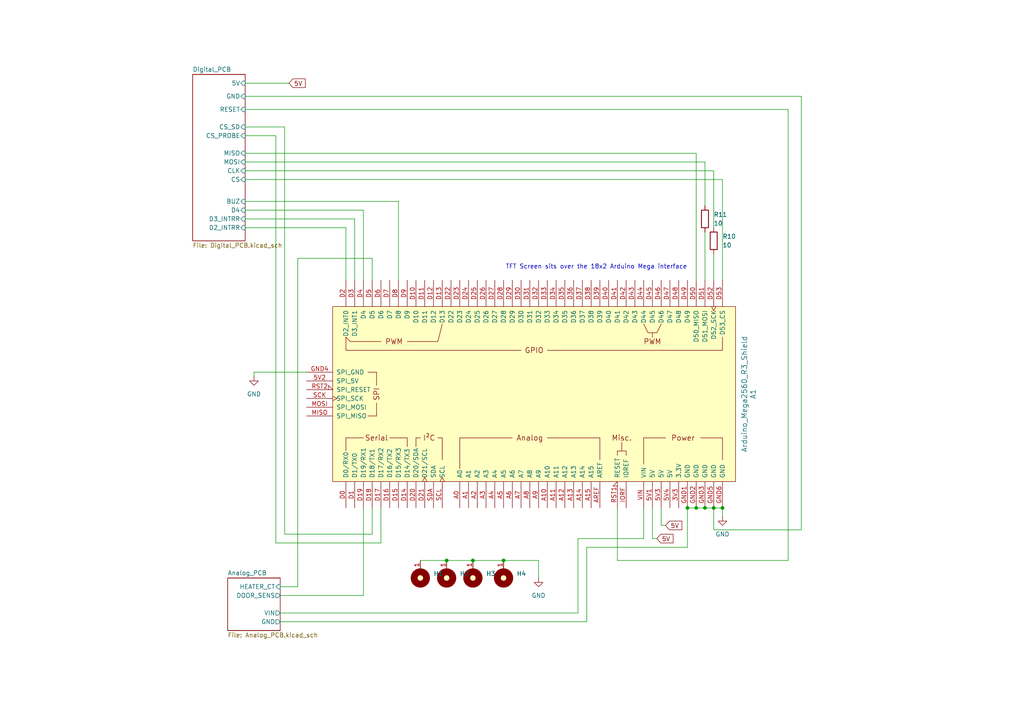
<source format=kicad_sch>
(kicad_sch
	(version 20231120)
	(generator "eeschema")
	(generator_version "8.0")
	(uuid "322baff1-e186-4abc-a63a-9e4739c1b8c2")
	(paper "A4")
	(title_block
		(title "TEEKeeper - Temperature Electronic Environment Keeper")
		(date "2024-04-24")
		(company "https://github.com/Sigeardo/TEEKeeper")
	)
	(lib_symbols
		(symbol "Device:R"
			(pin_numbers hide)
			(pin_names
				(offset 0)
			)
			(exclude_from_sim no)
			(in_bom yes)
			(on_board yes)
			(property "Reference" "R"
				(at 2.032 0 90)
				(effects
					(font
						(size 1.27 1.27)
					)
				)
			)
			(property "Value" "R"
				(at 0 0 90)
				(effects
					(font
						(size 1.27 1.27)
					)
				)
			)
			(property "Footprint" ""
				(at -1.778 0 90)
				(effects
					(font
						(size 1.27 1.27)
					)
					(hide yes)
				)
			)
			(property "Datasheet" "~"
				(at 0 0 0)
				(effects
					(font
						(size 1.27 1.27)
					)
					(hide yes)
				)
			)
			(property "Description" "Resistor"
				(at 0 0 0)
				(effects
					(font
						(size 1.27 1.27)
					)
					(hide yes)
				)
			)
			(property "ki_keywords" "R res resistor"
				(at 0 0 0)
				(effects
					(font
						(size 1.27 1.27)
					)
					(hide yes)
				)
			)
			(property "ki_fp_filters" "R_*"
				(at 0 0 0)
				(effects
					(font
						(size 1.27 1.27)
					)
					(hide yes)
				)
			)
			(symbol "R_0_1"
				(rectangle
					(start -1.016 -2.54)
					(end 1.016 2.54)
					(stroke
						(width 0.254)
						(type default)
					)
					(fill
						(type none)
					)
				)
			)
			(symbol "R_1_1"
				(pin passive line
					(at 0 3.81 270)
					(length 1.27)
					(name "~"
						(effects
							(font
								(size 1.27 1.27)
							)
						)
					)
					(number "1"
						(effects
							(font
								(size 1.27 1.27)
							)
						)
					)
				)
				(pin passive line
					(at 0 -3.81 90)
					(length 1.27)
					(name "~"
						(effects
							(font
								(size 1.27 1.27)
							)
						)
					)
					(number "2"
						(effects
							(font
								(size 1.27 1.27)
							)
						)
					)
				)
			)
		)
		(symbol "PCM_SL_Mechanical:MountingHole_M3_3.2mm_Pad"
			(exclude_from_sim no)
			(in_bom yes)
			(on_board yes)
			(property "Reference" "H"
				(at 0 7.62 0)
				(effects
					(font
						(size 1.27 1.27)
					)
				)
			)
			(property "Value" "MountingHole_M3_3.2mm_Pad"
				(at 0 5.08 0)
				(effects
					(font
						(size 1.27 1.27)
					)
				)
			)
			(property "Footprint" "PCM_SL_Mechanical:MountingHole_3.2mm_Pad"
				(at 0 -3.81 0)
				(effects
					(font
						(size 1.27 1.27)
					)
					(hide yes)
				)
			)
			(property "Datasheet" ""
				(at 0 0 0)
				(effects
					(font
						(size 1.27 1.27)
					)
					(hide yes)
				)
			)
			(property "Description" "3.2mm Diameter Mounting Hole Pad (M3)"
				(at 0 0 0)
				(effects
					(font
						(size 1.27 1.27)
					)
					(hide yes)
				)
			)
			(property "ki_keywords" "Mounting Hole"
				(at 0 0 0)
				(effects
					(font
						(size 1.27 1.27)
					)
					(hide yes)
				)
			)
			(symbol "MountingHole_M3_3.2mm_Pad_0_1"
				(circle
					(center 0 0)
					(radius 1.27)
					(stroke
						(width 0)
						(type default)
					)
					(fill
						(type background)
					)
				)
				(circle
					(center 0 0)
					(radius 1.7961)
					(stroke
						(width 2)
						(type default)
					)
					(fill
						(type none)
					)
				)
			)
			(symbol "MountingHole_M3_3.2mm_Pad_1_1"
				(pin passive line
					(at 0 -5.08 90)
					(length 2.54)
					(name ""
						(effects
							(font
								(size 1.27 1.27)
							)
						)
					)
					(number "1"
						(effects
							(font
								(size 1.27 1.27)
							)
						)
					)
				)
			)
		)
		(symbol "PCM_arduino-library:Arduino_Mega2560_R3_Shield"
			(pin_names
				(offset 1.016)
			)
			(exclude_from_sim no)
			(in_bom yes)
			(on_board yes)
			(property "Reference" "A"
				(at 0 -62.23 0)
				(effects
					(font
						(size 1.524 1.524)
					)
				)
			)
			(property "Value" "Arduino_Mega2560_R3_Shield"
				(at 0 -66.04 0)
				(effects
					(font
						(size 1.524 1.524)
					)
				)
			)
			(property "Footprint" "PCM_arduino-library:Arduino_Mega2560_R3_Shield"
				(at 0 -73.66 0)
				(effects
					(font
						(size 1.524 1.524)
					)
					(hide yes)
				)
			)
			(property "Datasheet" "https://docs.arduino.cc/hardware/mega-2560"
				(at 0 -69.85 0)
				(effects
					(font
						(size 1.524 1.524)
					)
					(hide yes)
				)
			)
			(property "Description" "Shield for Arduino Mega 2560 R3"
				(at 0 0 0)
				(effects
					(font
						(size 1.27 1.27)
					)
					(hide yes)
				)
			)
			(property "ki_keywords" "Arduino MPU Shield"
				(at 0 0 0)
				(effects
					(font
						(size 1.27 1.27)
					)
					(hide yes)
				)
			)
			(property "ki_fp_filters" "Arduino_Mega2560_R3_Shield"
				(at 0 0 0)
				(effects
					(font
						(size 1.27 1.27)
					)
					(hide yes)
				)
			)
			(symbol "Arduino_Mega2560_R3_Shield_0_0"
				(rectangle
					(start -25.4 -58.42)
					(end 25.4 58.42)
					(stroke
						(width 0)
						(type default)
					)
					(fill
						(type background)
					)
				)
				(rectangle
					(start -20.32 -31.75)
					(end -12.7 -31.75)
					(stroke
						(width 0)
						(type default)
					)
					(fill
						(type none)
					)
				)
				(rectangle
					(start -19.05 -54.61)
					(end -12.7 -54.61)
					(stroke
						(width 0)
						(type default)
					)
					(fill
						(type none)
					)
				)
				(rectangle
					(start -19.05 -19.05)
					(end -12.7 -19.05)
					(stroke
						(width 0)
						(type default)
					)
					(fill
						(type none)
					)
				)
				(rectangle
					(start -19.05 26.67)
					(end -12.7 26.67)
					(stroke
						(width 0)
						(type default)
					)
					(fill
						(type none)
					)
				)
				(rectangle
					(start -17.78 -26.67)
					(end -16.51 -26.67)
					(stroke
						(width 0)
						(type default)
					)
					(fill
						(type none)
					)
				)
				(rectangle
					(start -17.78 -24.13)
					(end -16.51 -24.13)
					(stroke
						(width 0)
						(type default)
					)
					(fill
						(type none)
					)
				)
				(rectangle
					(start -16.51 -25.4)
					(end -13.97 -25.4)
					(stroke
						(width 0)
						(type default)
					)
					(fill
						(type none)
					)
				)
				(rectangle
					(start -16.51 -24.13)
					(end -16.51 -26.67)
					(stroke
						(width 0)
						(type default)
					)
					(fill
						(type none)
					)
				)
				(rectangle
					(start -16.51 54.61)
					(end -12.7 54.61)
					(stroke
						(width 0)
						(type default)
					)
					(fill
						(type none)
					)
				)
				(rectangle
					(start -15.24 34.29)
					(end -12.7 34.29)
					(stroke
						(width 0)
						(type default)
					)
					(fill
						(type none)
					)
				)
				(rectangle
					(start -15.24 36.83)
					(end -12.7 36.83)
					(stroke
						(width 0)
						(type default)
					)
					(fill
						(type none)
					)
				)
				(rectangle
					(start -12.7 -54.61)
					(end -12.7 -48.26)
					(stroke
						(width 0)
						(type default)
					)
					(fill
						(type none)
					)
				)
				(rectangle
					(start -12.7 -31.75)
					(end -12.7 -38.1)
					(stroke
						(width 0)
						(type default)
					)
					(fill
						(type none)
					)
				)
				(rectangle
					(start -12.7 26.67)
					(end -12.7 27.94)
					(stroke
						(width 0)
						(type default)
					)
					(fill
						(type none)
					)
				)
				(rectangle
					(start -12.7 34.29)
					(end -12.7 33.02)
					(stroke
						(width 0)
						(type default)
					)
					(fill
						(type none)
					)
				)
				(rectangle
					(start -12.7 41.91)
					(end -12.7 36.83)
					(stroke
						(width 0)
						(type default)
					)
					(fill
						(type none)
					)
				)
				(rectangle
					(start -12.7 49.53)
					(end -12.7 54.61)
					(stroke
						(width 0)
						(type default)
					)
					(fill
						(type none)
					)
				)
				(rectangle
					(start -6.35 48.26)
					(end -6.35 45.72)
					(stroke
						(width 0)
						(type default)
					)
					(fill
						(type none)
					)
				)
				(rectangle
					(start -2.54 45.72)
					(end -6.35 45.72)
					(stroke
						(width 0)
						(type default)
					)
					(fill
						(type none)
					)
				)
				(polyline
					(pts
						(xy -21.59 21.59) (xy -12.7 21.59)
					)
					(stroke
						(width 0)
						(type default)
					)
					(fill
						(type none)
					)
				)
				(polyline
					(pts
						(xy -12.7 -19.05) (xy -12.7 -3.81)
					)
					(stroke
						(width 0)
						(type default)
					)
					(fill
						(type none)
					)
				)
				(polyline
					(pts
						(xy -12.7 6.35) (xy -12.7 21.59)
					)
					(stroke
						(width 0)
						(type default)
					)
					(fill
						(type none)
					)
				)
				(polyline
					(pts
						(xy 12.7 -54.61) (xy 16.51 -54.61)
					)
					(stroke
						(width 0)
						(type default)
					)
					(fill
						(type none)
					)
				)
				(polyline
					(pts
						(xy 12.7 54.61) (xy 16.51 54.61)
					)
					(stroke
						(width 0)
						(type default)
					)
					(fill
						(type none)
					)
				)
				(polyline
					(pts
						(xy 17.78 -34.29) (xy 16.51 -34.29)
					)
					(stroke
						(width 0)
						(type default)
					)
					(fill
						(type none)
					)
				)
				(polyline
					(pts
						(xy 15.24 36.83) (xy 15.24 27.94) (xy 20.32 26.67)
					)
					(stroke
						(width 0)
						(type default)
					)
					(fill
						(type none)
					)
				)
				(polyline
					(pts
						(xy 15.24 44.45) (xy 15.24 53.34) (xy 16.51 54.61)
					)
					(stroke
						(width 0)
						(type default)
					)
					(fill
						(type none)
					)
				)
				(polyline
					(pts
						(xy 20.32 -31.75) (xy 17.78 -33.02) (xy 17.78 -35.56) (xy 20.32 -36.83)
					)
					(stroke
						(width 0)
						(type default)
					)
					(fill
						(type none)
					)
				)
				(rectangle
					(start 6.35 45.72)
					(end 2.54 45.72)
					(stroke
						(width 0)
						(type default)
					)
					(fill
						(type none)
					)
				)
				(rectangle
					(start 6.35 48.26)
					(end 6.35 45.72)
					(stroke
						(width 0)
						(type default)
					)
					(fill
						(type none)
					)
				)
				(text "Analog"
					(at -12.7 1.27 900)
					(effects
						(font
							(size 1.524 1.524)
						)
					)
				)
				(text "I²C"
					(at -12.7 30.48 900)
					(effects
						(font
							(size 1.524 1.524)
						)
					)
				)
				(text "Misc."
					(at -12.7 -25.4 900)
					(effects
						(font
							(size 1.524 1.524)
						)
					)
				)
				(text "Power"
					(at -12.7 -43.18 900)
					(effects
						(font
							(size 1.524 1.524)
						)
					)
				)
				(text "PWM"
					(at 15.24 -34.29 900)
					(effects
						(font
							(size 1.524 1.524)
						)
					)
				)
				(text "PWM"
					(at 15.24 40.64 900)
					(effects
						(font
							(size 1.524 1.524)
						)
					)
				)
				(text "Serial"
					(at -12.7 45.72 900)
					(effects
						(font
							(size 1.524 1.524)
						)
					)
				)
				(text "SPI"
					(at 0 45.72 0)
					(effects
						(font
							(size 1.524 1.524)
						)
					)
				)
			)
			(symbol "Arduino_Mega2560_R3_Shield_1_0"
				(rectangle
					(start 12.7 -54.61)
					(end 12.7 -3.81)
					(stroke
						(width 0)
						(type default)
					)
					(fill
						(type none)
					)
				)
				(rectangle
					(start 12.7 54.61)
					(end 12.7 3.81)
					(stroke
						(width 0)
						(type default)
					)
					(fill
						(type none)
					)
				)
				(text "GPIO"
					(at 12.7 0 900)
					(effects
						(font
							(size 1.524 1.524)
						)
					)
				)
			)
			(symbol "Arduino_Mega2560_R3_Shield_1_1"
				(pin power_out line
					(at -33.02 -41.91 0)
					(length 7.62)
					(name "3.3V"
						(effects
							(font
								(size 1.27 1.27)
							)
						)
					)
					(number "3V3"
						(effects
							(font
								(size 1.27 1.27)
							)
						)
					)
				)
				(pin power_in line
					(at -33.02 -34.29 0)
					(length 7.62)
					(name "5V"
						(effects
							(font
								(size 1.27 1.27)
							)
						)
					)
					(number "5V1"
						(effects
							(font
								(size 1.27 1.27)
							)
						)
					)
				)
				(pin power_in line
					(at 3.81 66.04 270)
					(length 7.62)
					(name "SPI_5V"
						(effects
							(font
								(size 1.27 1.27)
							)
						)
					)
					(number "5V2"
						(effects
							(font
								(size 1.27 1.27)
							)
						)
					)
				)
				(pin power_in line
					(at -33.02 -36.83 0)
					(length 7.62)
					(name "5V"
						(effects
							(font
								(size 1.27 1.27)
							)
						)
					)
					(number "5V3"
						(effects
							(font
								(size 1.27 1.27)
							)
						)
					)
				)
				(pin power_in line
					(at -33.02 -39.37 0)
					(length 7.62)
					(name "5V"
						(effects
							(font
								(size 1.27 1.27)
							)
						)
					)
					(number "5V4"
						(effects
							(font
								(size 1.27 1.27)
							)
						)
					)
				)
				(pin bidirectional line
					(at -33.02 21.59 0)
					(length 7.62)
					(name "A0"
						(effects
							(font
								(size 1.27 1.27)
							)
						)
					)
					(number "A0"
						(effects
							(font
								(size 1.27 1.27)
							)
						)
					)
				)
				(pin bidirectional line
					(at -33.02 19.05 0)
					(length 7.62)
					(name "A1"
						(effects
							(font
								(size 1.27 1.27)
							)
						)
					)
					(number "A1"
						(effects
							(font
								(size 1.27 1.27)
							)
						)
					)
				)
				(pin bidirectional line
					(at -33.02 -3.81 0)
					(length 7.62)
					(name "A10"
						(effects
							(font
								(size 1.27 1.27)
							)
						)
					)
					(number "A10"
						(effects
							(font
								(size 1.27 1.27)
							)
						)
					)
				)
				(pin bidirectional line
					(at -33.02 -6.35 0)
					(length 7.62)
					(name "A11"
						(effects
							(font
								(size 1.27 1.27)
							)
						)
					)
					(number "A11"
						(effects
							(font
								(size 1.27 1.27)
							)
						)
					)
				)
				(pin bidirectional line
					(at -33.02 -8.89 0)
					(length 7.62)
					(name "A12"
						(effects
							(font
								(size 1.27 1.27)
							)
						)
					)
					(number "A12"
						(effects
							(font
								(size 1.27 1.27)
							)
						)
					)
				)
				(pin bidirectional line
					(at -33.02 -11.43 0)
					(length 7.62)
					(name "A13"
						(effects
							(font
								(size 1.27 1.27)
							)
						)
					)
					(number "A13"
						(effects
							(font
								(size 1.27 1.27)
							)
						)
					)
				)
				(pin bidirectional line
					(at -33.02 -13.97 0)
					(length 7.62)
					(name "A14"
						(effects
							(font
								(size 1.27 1.27)
							)
						)
					)
					(number "A14"
						(effects
							(font
								(size 1.27 1.27)
							)
						)
					)
				)
				(pin bidirectional line
					(at -33.02 -16.51 0)
					(length 7.62)
					(name "A15"
						(effects
							(font
								(size 1.27 1.27)
							)
						)
					)
					(number "A15"
						(effects
							(font
								(size 1.27 1.27)
							)
						)
					)
				)
				(pin bidirectional line
					(at -33.02 16.51 0)
					(length 7.62)
					(name "A2"
						(effects
							(font
								(size 1.27 1.27)
							)
						)
					)
					(number "A2"
						(effects
							(font
								(size 1.27 1.27)
							)
						)
					)
				)
				(pin bidirectional line
					(at -33.02 13.97 0)
					(length 7.62)
					(name "A3"
						(effects
							(font
								(size 1.27 1.27)
							)
						)
					)
					(number "A3"
						(effects
							(font
								(size 1.27 1.27)
							)
						)
					)
				)
				(pin bidirectional line
					(at -33.02 11.43 0)
					(length 7.62)
					(name "A4"
						(effects
							(font
								(size 1.27 1.27)
							)
						)
					)
					(number "A4"
						(effects
							(font
								(size 1.27 1.27)
							)
						)
					)
				)
				(pin bidirectional line
					(at -33.02 8.89 0)
					(length 7.62)
					(name "A5"
						(effects
							(font
								(size 1.27 1.27)
							)
						)
					)
					(number "A5"
						(effects
							(font
								(size 1.27 1.27)
							)
						)
					)
				)
				(pin bidirectional line
					(at -33.02 6.35 0)
					(length 7.62)
					(name "A6"
						(effects
							(font
								(size 1.27 1.27)
							)
						)
					)
					(number "A6"
						(effects
							(font
								(size 1.27 1.27)
							)
						)
					)
				)
				(pin bidirectional line
					(at -33.02 3.81 0)
					(length 7.62)
					(name "A7"
						(effects
							(font
								(size 1.27 1.27)
							)
						)
					)
					(number "A7"
						(effects
							(font
								(size 1.27 1.27)
							)
						)
					)
				)
				(pin bidirectional line
					(at -33.02 1.27 0)
					(length 7.62)
					(name "A8"
						(effects
							(font
								(size 1.27 1.27)
							)
						)
					)
					(number "A8"
						(effects
							(font
								(size 1.27 1.27)
							)
						)
					)
				)
				(pin bidirectional line
					(at -33.02 -1.27 0)
					(length 7.62)
					(name "A9"
						(effects
							(font
								(size 1.27 1.27)
							)
						)
					)
					(number "A9"
						(effects
							(font
								(size 1.27 1.27)
							)
						)
					)
				)
				(pin input line
					(at -33.02 -19.05 0)
					(length 7.62)
					(name "AREF"
						(effects
							(font
								(size 1.27 1.27)
							)
						)
					)
					(number "AREF"
						(effects
							(font
								(size 1.27 1.27)
							)
						)
					)
				)
				(pin bidirectional line
					(at -33.02 54.61 0)
					(length 7.62)
					(name "D0/RX0"
						(effects
							(font
								(size 1.27 1.27)
							)
						)
					)
					(number "D0"
						(effects
							(font
								(size 1.27 1.27)
							)
						)
					)
				)
				(pin bidirectional line
					(at -33.02 52.07 0)
					(length 7.62)
					(name "D1/TX0"
						(effects
							(font
								(size 1.27 1.27)
							)
						)
					)
					(number "D1"
						(effects
							(font
								(size 1.27 1.27)
							)
						)
					)
				)
				(pin bidirectional line
					(at 33.02 34.29 180)
					(length 7.62)
					(name "D10"
						(effects
							(font
								(size 1.27 1.27)
							)
						)
					)
					(number "D10"
						(effects
							(font
								(size 1.27 1.27)
							)
						)
					)
				)
				(pin bidirectional line
					(at 33.02 31.75 180)
					(length 7.62)
					(name "D11"
						(effects
							(font
								(size 1.27 1.27)
							)
						)
					)
					(number "D11"
						(effects
							(font
								(size 1.27 1.27)
							)
						)
					)
				)
				(pin bidirectional line
					(at 33.02 29.21 180)
					(length 7.62)
					(name "D12"
						(effects
							(font
								(size 1.27 1.27)
							)
						)
					)
					(number "D12"
						(effects
							(font
								(size 1.27 1.27)
							)
						)
					)
				)
				(pin bidirectional line
					(at 33.02 26.67 180)
					(length 7.62)
					(name "D13"
						(effects
							(font
								(size 1.27 1.27)
							)
						)
					)
					(number "D13"
						(effects
							(font
								(size 1.27 1.27)
							)
						)
					)
				)
				(pin bidirectional line
					(at -33.02 36.83 0)
					(length 7.62)
					(name "D14/TX3"
						(effects
							(font
								(size 1.27 1.27)
							)
						)
					)
					(number "D14"
						(effects
							(font
								(size 1.27 1.27)
							)
						)
					)
				)
				(pin bidirectional line
					(at -33.02 39.37 0)
					(length 7.62)
					(name "D15/RX3"
						(effects
							(font
								(size 1.27 1.27)
							)
						)
					)
					(number "D15"
						(effects
							(font
								(size 1.27 1.27)
							)
						)
					)
				)
				(pin bidirectional line
					(at -33.02 41.91 0)
					(length 7.62)
					(name "D16/TX2"
						(effects
							(font
								(size 1.27 1.27)
							)
						)
					)
					(number "D16"
						(effects
							(font
								(size 1.27 1.27)
							)
						)
					)
				)
				(pin bidirectional line
					(at -33.02 44.45 0)
					(length 7.62)
					(name "D17/RX2"
						(effects
							(font
								(size 1.27 1.27)
							)
						)
					)
					(number "D17"
						(effects
							(font
								(size 1.27 1.27)
							)
						)
					)
				)
				(pin bidirectional line
					(at -33.02 46.99 0)
					(length 7.62)
					(name "D18/TX1"
						(effects
							(font
								(size 1.27 1.27)
							)
						)
					)
					(number "D18"
						(effects
							(font
								(size 1.27 1.27)
							)
						)
					)
				)
				(pin bidirectional line
					(at -33.02 49.53 0)
					(length 7.62)
					(name "D19/RX1"
						(effects
							(font
								(size 1.27 1.27)
							)
						)
					)
					(number "D19"
						(effects
							(font
								(size 1.27 1.27)
							)
						)
					)
				)
				(pin bidirectional line
					(at 33.02 54.61 180)
					(length 7.62)
					(name "D2_INT0"
						(effects
							(font
								(size 1.27 1.27)
							)
						)
					)
					(number "D2"
						(effects
							(font
								(size 1.27 1.27)
							)
						)
					)
				)
				(pin bidirectional line
					(at -33.02 34.29 0)
					(length 7.62)
					(name "D20/SDA"
						(effects
							(font
								(size 1.27 1.27)
							)
						)
					)
					(number "D20"
						(effects
							(font
								(size 1.27 1.27)
							)
						)
					)
				)
				(pin bidirectional clock
					(at -33.02 31.75 0)
					(length 7.62)
					(name "D21/SCL"
						(effects
							(font
								(size 1.27 1.27)
							)
						)
					)
					(number "D21"
						(effects
							(font
								(size 1.27 1.27)
							)
						)
					)
				)
				(pin bidirectional line
					(at 33.02 24.13 180)
					(length 7.62)
					(name "D22"
						(effects
							(font
								(size 1.27 1.27)
							)
						)
					)
					(number "D22"
						(effects
							(font
								(size 1.27 1.27)
							)
						)
					)
				)
				(pin bidirectional line
					(at 33.02 21.59 180)
					(length 7.62)
					(name "D23"
						(effects
							(font
								(size 1.27 1.27)
							)
						)
					)
					(number "D23"
						(effects
							(font
								(size 1.27 1.27)
							)
						)
					)
				)
				(pin bidirectional line
					(at 33.02 19.05 180)
					(length 7.62)
					(name "D24"
						(effects
							(font
								(size 1.27 1.27)
							)
						)
					)
					(number "D24"
						(effects
							(font
								(size 1.27 1.27)
							)
						)
					)
				)
				(pin bidirectional line
					(at 33.02 16.51 180)
					(length 7.62)
					(name "D25"
						(effects
							(font
								(size 1.27 1.27)
							)
						)
					)
					(number "D25"
						(effects
							(font
								(size 1.27 1.27)
							)
						)
					)
				)
				(pin bidirectional line
					(at 33.02 13.97 180)
					(length 7.62)
					(name "D26"
						(effects
							(font
								(size 1.27 1.27)
							)
						)
					)
					(number "D26"
						(effects
							(font
								(size 1.27 1.27)
							)
						)
					)
				)
				(pin bidirectional line
					(at 33.02 11.43 180)
					(length 7.62)
					(name "D27"
						(effects
							(font
								(size 1.27 1.27)
							)
						)
					)
					(number "D27"
						(effects
							(font
								(size 1.27 1.27)
							)
						)
					)
				)
				(pin bidirectional line
					(at 33.02 8.89 180)
					(length 7.62)
					(name "D28"
						(effects
							(font
								(size 1.27 1.27)
							)
						)
					)
					(number "D28"
						(effects
							(font
								(size 1.27 1.27)
							)
						)
					)
				)
				(pin bidirectional line
					(at 33.02 6.35 180)
					(length 7.62)
					(name "D29"
						(effects
							(font
								(size 1.27 1.27)
							)
						)
					)
					(number "D29"
						(effects
							(font
								(size 1.27 1.27)
							)
						)
					)
				)
				(pin bidirectional line
					(at 33.02 52.07 180)
					(length 7.62)
					(name "D3_INT1"
						(effects
							(font
								(size 1.27 1.27)
							)
						)
					)
					(number "D3"
						(effects
							(font
								(size 1.27 1.27)
							)
						)
					)
				)
				(pin bidirectional line
					(at 33.02 3.81 180)
					(length 7.62)
					(name "D30"
						(effects
							(font
								(size 1.27 1.27)
							)
						)
					)
					(number "D30"
						(effects
							(font
								(size 1.27 1.27)
							)
						)
					)
				)
				(pin bidirectional line
					(at 33.02 1.27 180)
					(length 7.62)
					(name "D31"
						(effects
							(font
								(size 1.27 1.27)
							)
						)
					)
					(number "D31"
						(effects
							(font
								(size 1.27 1.27)
							)
						)
					)
				)
				(pin bidirectional line
					(at 33.02 -1.27 180)
					(length 7.62)
					(name "D32"
						(effects
							(font
								(size 1.27 1.27)
							)
						)
					)
					(number "D32"
						(effects
							(font
								(size 1.27 1.27)
							)
						)
					)
				)
				(pin bidirectional line
					(at 33.02 -3.81 180)
					(length 7.62)
					(name "D33"
						(effects
							(font
								(size 1.27 1.27)
							)
						)
					)
					(number "D33"
						(effects
							(font
								(size 1.27 1.27)
							)
						)
					)
				)
				(pin bidirectional line
					(at 33.02 -6.35 180)
					(length 7.62)
					(name "D34"
						(effects
							(font
								(size 1.27 1.27)
							)
						)
					)
					(number "D34"
						(effects
							(font
								(size 1.27 1.27)
							)
						)
					)
				)
				(pin bidirectional line
					(at 33.02 -8.89 180)
					(length 7.62)
					(name "D35"
						(effects
							(font
								(size 1.27 1.27)
							)
						)
					)
					(number "D35"
						(effects
							(font
								(size 1.27 1.27)
							)
						)
					)
				)
				(pin bidirectional line
					(at 33.02 -11.43 180)
					(length 7.62)
					(name "D36"
						(effects
							(font
								(size 1.27 1.27)
							)
						)
					)
					(number "D36"
						(effects
							(font
								(size 1.27 1.27)
							)
						)
					)
				)
				(pin bidirectional line
					(at 33.02 -13.97 180)
					(length 7.62)
					(name "D37"
						(effects
							(font
								(size 1.27 1.27)
							)
						)
					)
					(number "D37"
						(effects
							(font
								(size 1.27 1.27)
							)
						)
					)
				)
				(pin bidirectional line
					(at 33.02 -16.51 180)
					(length 7.62)
					(name "D38"
						(effects
							(font
								(size 1.27 1.27)
							)
						)
					)
					(number "D38"
						(effects
							(font
								(size 1.27 1.27)
							)
						)
					)
				)
				(pin bidirectional line
					(at 33.02 -19.05 180)
					(length 7.62)
					(name "D39"
						(effects
							(font
								(size 1.27 1.27)
							)
						)
					)
					(number "D39"
						(effects
							(font
								(size 1.27 1.27)
							)
						)
					)
				)
				(pin bidirectional line
					(at 33.02 49.53 180)
					(length 7.62)
					(name "D4"
						(effects
							(font
								(size 1.27 1.27)
							)
						)
					)
					(number "D4"
						(effects
							(font
								(size 1.27 1.27)
							)
						)
					)
				)
				(pin bidirectional line
					(at 33.02 -21.59 180)
					(length 7.62)
					(name "D40"
						(effects
							(font
								(size 1.27 1.27)
							)
						)
					)
					(number "D40"
						(effects
							(font
								(size 1.27 1.27)
							)
						)
					)
				)
				(pin bidirectional line
					(at 33.02 -24.13 180)
					(length 7.62)
					(name "D41"
						(effects
							(font
								(size 1.27 1.27)
							)
						)
					)
					(number "D41"
						(effects
							(font
								(size 1.27 1.27)
							)
						)
					)
				)
				(pin bidirectional line
					(at 33.02 -26.67 180)
					(length 7.62)
					(name "D42"
						(effects
							(font
								(size 1.27 1.27)
							)
						)
					)
					(number "D42"
						(effects
							(font
								(size 1.27 1.27)
							)
						)
					)
				)
				(pin bidirectional line
					(at 33.02 -29.21 180)
					(length 7.62)
					(name "D43"
						(effects
							(font
								(size 1.27 1.27)
							)
						)
					)
					(number "D43"
						(effects
							(font
								(size 1.27 1.27)
							)
						)
					)
				)
				(pin bidirectional line
					(at 33.02 -31.75 180)
					(length 7.62)
					(name "D44"
						(effects
							(font
								(size 1.27 1.27)
							)
						)
					)
					(number "D44"
						(effects
							(font
								(size 1.27 1.27)
							)
						)
					)
				)
				(pin bidirectional line
					(at 33.02 -34.29 180)
					(length 7.62)
					(name "D45"
						(effects
							(font
								(size 1.27 1.27)
							)
						)
					)
					(number "D45"
						(effects
							(font
								(size 1.27 1.27)
							)
						)
					)
				)
				(pin bidirectional line
					(at 33.02 -36.83 180)
					(length 7.62)
					(name "D46"
						(effects
							(font
								(size 1.27 1.27)
							)
						)
					)
					(number "D46"
						(effects
							(font
								(size 1.27 1.27)
							)
						)
					)
				)
				(pin bidirectional line
					(at 33.02 -39.37 180)
					(length 7.62)
					(name "D47"
						(effects
							(font
								(size 1.27 1.27)
							)
						)
					)
					(number "D47"
						(effects
							(font
								(size 1.27 1.27)
							)
						)
					)
				)
				(pin bidirectional line
					(at 33.02 -41.91 180)
					(length 7.62)
					(name "D48"
						(effects
							(font
								(size 1.27 1.27)
							)
						)
					)
					(number "D48"
						(effects
							(font
								(size 1.27 1.27)
							)
						)
					)
				)
				(pin bidirectional line
					(at 33.02 -44.45 180)
					(length 7.62)
					(name "D49"
						(effects
							(font
								(size 1.27 1.27)
							)
						)
					)
					(number "D49"
						(effects
							(font
								(size 1.27 1.27)
							)
						)
					)
				)
				(pin bidirectional line
					(at 33.02 46.99 180)
					(length 7.62)
					(name "D5"
						(effects
							(font
								(size 1.27 1.27)
							)
						)
					)
					(number "D5"
						(effects
							(font
								(size 1.27 1.27)
							)
						)
					)
				)
				(pin bidirectional line
					(at 33.02 -46.99 180)
					(length 7.62)
					(name "D50_MISO"
						(effects
							(font
								(size 1.27 1.27)
							)
						)
					)
					(number "D50"
						(effects
							(font
								(size 1.27 1.27)
							)
						)
					)
				)
				(pin bidirectional line
					(at 33.02 -49.53 180)
					(length 7.62)
					(name "D51_MOSI"
						(effects
							(font
								(size 1.27 1.27)
							)
						)
					)
					(number "D51"
						(effects
							(font
								(size 1.27 1.27)
							)
						)
					)
				)
				(pin bidirectional clock
					(at 33.02 -52.07 180)
					(length 7.62)
					(name "D52_SCK"
						(effects
							(font
								(size 1.27 1.27)
							)
						)
					)
					(number "D52"
						(effects
							(font
								(size 1.27 1.27)
							)
						)
					)
				)
				(pin bidirectional line
					(at 33.02 -54.61 180)
					(length 7.62)
					(name "D53_CS"
						(effects
							(font
								(size 1.27 1.27)
							)
						)
					)
					(number "D53"
						(effects
							(font
								(size 1.27 1.27)
							)
						)
					)
				)
				(pin bidirectional line
					(at 33.02 44.45 180)
					(length 7.62)
					(name "D6"
						(effects
							(font
								(size 1.27 1.27)
							)
						)
					)
					(number "D6"
						(effects
							(font
								(size 1.27 1.27)
							)
						)
					)
				)
				(pin bidirectional line
					(at 33.02 41.91 180)
					(length 7.62)
					(name "D7"
						(effects
							(font
								(size 1.27 1.27)
							)
						)
					)
					(number "D7"
						(effects
							(font
								(size 1.27 1.27)
							)
						)
					)
				)
				(pin bidirectional line
					(at 33.02 39.37 180)
					(length 7.62)
					(name "D8"
						(effects
							(font
								(size 1.27 1.27)
							)
						)
					)
					(number "D8"
						(effects
							(font
								(size 1.27 1.27)
							)
						)
					)
				)
				(pin bidirectional line
					(at 33.02 36.83 180)
					(length 7.62)
					(name "D9"
						(effects
							(font
								(size 1.27 1.27)
							)
						)
					)
					(number "D9"
						(effects
							(font
								(size 1.27 1.27)
							)
						)
					)
				)
				(pin power_in line
					(at -33.02 -44.45 0)
					(length 7.62)
					(name "GND"
						(effects
							(font
								(size 1.27 1.27)
							)
						)
					)
					(number "GND1"
						(effects
							(font
								(size 1.27 1.27)
							)
						)
					)
				)
				(pin power_in line
					(at -33.02 -46.99 0)
					(length 7.62)
					(name "GND"
						(effects
							(font
								(size 1.27 1.27)
							)
						)
					)
					(number "GND2"
						(effects
							(font
								(size 1.27 1.27)
							)
						)
					)
				)
				(pin power_in line
					(at -33.02 -49.53 0)
					(length 7.62)
					(name "GND"
						(effects
							(font
								(size 1.27 1.27)
							)
						)
					)
					(number "GND3"
						(effects
							(font
								(size 1.27 1.27)
							)
						)
					)
				)
				(pin power_in line
					(at 6.35 66.04 270)
					(length 7.62)
					(name "SPI_GND"
						(effects
							(font
								(size 1.27 1.27)
							)
						)
					)
					(number "GND4"
						(effects
							(font
								(size 1.27 1.27)
							)
						)
					)
				)
				(pin power_in line
					(at -33.02 -52.07 0)
					(length 7.62)
					(name "GND"
						(effects
							(font
								(size 1.27 1.27)
							)
						)
					)
					(number "GND5"
						(effects
							(font
								(size 1.27 1.27)
							)
						)
					)
				)
				(pin power_in line
					(at -33.02 -54.61 0)
					(length 7.62)
					(name "GND"
						(effects
							(font
								(size 1.27 1.27)
							)
						)
					)
					(number "GND6"
						(effects
							(font
								(size 1.27 1.27)
							)
						)
					)
				)
				(pin output line
					(at -33.02 -26.67 0)
					(length 7.62)
					(name "IOREF"
						(effects
							(font
								(size 1.27 1.27)
							)
						)
					)
					(number "IORF"
						(effects
							(font
								(size 1.27 1.27)
							)
						)
					)
				)
				(pin input line
					(at -6.35 66.04 270)
					(length 7.62)
					(name "SPI_MISO"
						(effects
							(font
								(size 1.27 1.27)
							)
						)
					)
					(number "MISO"
						(effects
							(font
								(size 1.27 1.27)
							)
						)
					)
				)
				(pin output line
					(at -3.81 66.04 270)
					(length 7.62)
					(name "SPI_MOSI"
						(effects
							(font
								(size 1.27 1.27)
							)
						)
					)
					(number "MOSI"
						(effects
							(font
								(size 1.27 1.27)
							)
						)
					)
				)
				(pin open_collector input_low
					(at -33.02 -24.13 0)
					(length 7.62)
					(name "RESET"
						(effects
							(font
								(size 1.27 1.27)
							)
						)
					)
					(number "RST1"
						(effects
							(font
								(size 1.27 1.27)
							)
						)
					)
				)
				(pin open_collector input_low
					(at 1.27 66.04 270)
					(length 7.62)
					(name "SPI_RESET"
						(effects
							(font
								(size 1.27 1.27)
							)
						)
					)
					(number "RST2"
						(effects
							(font
								(size 1.27 1.27)
							)
						)
					)
				)
				(pin output clock
					(at -1.27 66.04 270)
					(length 7.62)
					(name "SPI_SCK"
						(effects
							(font
								(size 1.27 1.27)
							)
						)
					)
					(number "SCK"
						(effects
							(font
								(size 1.27 1.27)
							)
						)
					)
				)
				(pin bidirectional clock
					(at -33.02 26.67 0)
					(length 7.62)
					(name "SCL"
						(effects
							(font
								(size 1.27 1.27)
							)
						)
					)
					(number "SCL"
						(effects
							(font
								(size 1.27 1.27)
							)
						)
					)
				)
				(pin bidirectional line
					(at -33.02 29.21 0)
					(length 7.62)
					(name "SDA"
						(effects
							(font
								(size 1.27 1.27)
							)
						)
					)
					(number "SDA"
						(effects
							(font
								(size 1.27 1.27)
							)
						)
					)
				)
				(pin power_in line
					(at -33.02 -31.75 0)
					(length 7.62)
					(name "VIN"
						(effects
							(font
								(size 1.27 1.27)
							)
						)
					)
					(number "VIN"
						(effects
							(font
								(size 1.27 1.27)
							)
						)
					)
				)
			)
		)
		(symbol "power:GND"
			(power)
			(pin_numbers hide)
			(pin_names
				(offset 0) hide)
			(exclude_from_sim no)
			(in_bom yes)
			(on_board yes)
			(property "Reference" "#PWR"
				(at 0 -6.35 0)
				(effects
					(font
						(size 1.27 1.27)
					)
					(hide yes)
				)
			)
			(property "Value" "GND"
				(at 0 -3.81 0)
				(effects
					(font
						(size 1.27 1.27)
					)
				)
			)
			(property "Footprint" ""
				(at 0 0 0)
				(effects
					(font
						(size 1.27 1.27)
					)
					(hide yes)
				)
			)
			(property "Datasheet" ""
				(at 0 0 0)
				(effects
					(font
						(size 1.27 1.27)
					)
					(hide yes)
				)
			)
			(property "Description" "Power symbol creates a global label with name \"GND\" , ground"
				(at 0 0 0)
				(effects
					(font
						(size 1.27 1.27)
					)
					(hide yes)
				)
			)
			(property "ki_keywords" "global power"
				(at 0 0 0)
				(effects
					(font
						(size 1.27 1.27)
					)
					(hide yes)
				)
			)
			(symbol "GND_0_1"
				(polyline
					(pts
						(xy 0 0) (xy 0 -1.27) (xy 1.27 -1.27) (xy 0 -2.54) (xy -1.27 -1.27) (xy 0 -1.27)
					)
					(stroke
						(width 0)
						(type default)
					)
					(fill
						(type none)
					)
				)
			)
			(symbol "GND_1_1"
				(pin power_in line
					(at 0 0 270)
					(length 0)
					(name "~"
						(effects
							(font
								(size 1.27 1.27)
							)
						)
					)
					(number "1"
						(effects
							(font
								(size 1.27 1.27)
							)
						)
					)
				)
			)
		)
	)
	(junction
		(at 199.39 147.32)
		(diameter 0)
		(color 0 0 0 0)
		(uuid "2eb7b143-d765-4dad-84cb-dd655c8a7ffc")
	)
	(junction
		(at 146.05 162.56)
		(diameter 0)
		(color 0 0 0 0)
		(uuid "38cf68d2-9f7a-4176-9b46-b721e1336649")
	)
	(junction
		(at 129.54 162.56)
		(diameter 0)
		(color 0 0 0 0)
		(uuid "5601d7e2-96f7-46ba-9831-4810de97e730")
	)
	(junction
		(at 137.16 162.56)
		(diameter 0)
		(color 0 0 0 0)
		(uuid "5be0bb17-ee9d-4516-8b2d-2f419dc16f3f")
	)
	(junction
		(at 209.55 147.32)
		(diameter 0)
		(color 0 0 0 0)
		(uuid "8bd089e5-05c3-4efa-aa3e-926d85921fe4")
	)
	(junction
		(at 207.01 147.32)
		(diameter 0)
		(color 0 0 0 0)
		(uuid "9199ce32-a3bb-48ad-8510-a2b118652705")
	)
	(junction
		(at 204.47 147.32)
		(diameter 0)
		(color 0 0 0 0)
		(uuid "9513f695-6bf9-45b3-88d6-c8e3f6d7fa30")
	)
	(junction
		(at 201.93 147.32)
		(diameter 0)
		(color 0 0 0 0)
		(uuid "ee26e36c-8902-486e-b602-ad8dc81b8b76")
	)
	(wire
		(pts
			(xy 71.12 60.96) (xy 105.41 60.96)
		)
		(stroke
			(width 0)
			(type default)
		)
		(uuid "03e4eca8-cfff-482e-bf72-d35af1e97ae5")
	)
	(wire
		(pts
			(xy 102.87 63.5) (xy 102.87 81.28)
		)
		(stroke
			(width 0)
			(type default)
		)
		(uuid "056247b6-11d5-43fc-89d0-17f3f3830fed")
	)
	(wire
		(pts
			(xy 204.47 67.31) (xy 204.47 81.28)
		)
		(stroke
			(width 0)
			(type default)
		)
		(uuid "071ede80-bced-40e2-bfae-e3ed5739ca5f")
	)
	(wire
		(pts
			(xy 71.12 31.75) (xy 228.6 31.75)
		)
		(stroke
			(width 0)
			(type default)
		)
		(uuid "0c2cfaaf-dea0-4403-a3cf-15194f952a85")
	)
	(wire
		(pts
			(xy 105.41 60.96) (xy 105.41 81.28)
		)
		(stroke
			(width 0)
			(type default)
		)
		(uuid "0c82dca2-8e5a-4ff6-b71b-afb186a1d67a")
	)
	(wire
		(pts
			(xy 191.77 152.4) (xy 193.04 152.4)
		)
		(stroke
			(width 0)
			(type default)
		)
		(uuid "0d9d66fe-6f07-497a-8097-ff2fe68bb737")
	)
	(wire
		(pts
			(xy 71.12 66.04) (xy 100.33 66.04)
		)
		(stroke
			(width 0)
			(type default)
		)
		(uuid "0fb6530f-b81a-4d73-a466-ff3145305e15")
	)
	(wire
		(pts
			(xy 82.55 36.83) (xy 82.55 154.94)
		)
		(stroke
			(width 0)
			(type default)
		)
		(uuid "1058e944-0702-4140-8c6c-d1ddd2c0aa32")
	)
	(wire
		(pts
			(xy 186.69 147.32) (xy 186.69 156.21)
		)
		(stroke
			(width 0)
			(type default)
		)
		(uuid "16e64a4d-063c-4174-817c-cf863d6e7abf")
	)
	(wire
		(pts
			(xy 107.95 154.94) (xy 107.95 147.32)
		)
		(stroke
			(width 0)
			(type default)
		)
		(uuid "238b7c9f-3a1f-41f0-85a0-0412a3840a43")
	)
	(wire
		(pts
			(xy 100.33 66.04) (xy 100.33 81.28)
		)
		(stroke
			(width 0)
			(type default)
		)
		(uuid "24ae8721-36f6-44fc-ad4c-38a839071973")
	)
	(wire
		(pts
			(xy 107.95 74.93) (xy 107.95 81.28)
		)
		(stroke
			(width 0)
			(type default)
		)
		(uuid "3b2af1eb-3081-4bf8-aadb-0bcbd79b5828")
	)
	(wire
		(pts
			(xy 71.12 36.83) (xy 82.55 36.83)
		)
		(stroke
			(width 0)
			(type default)
		)
		(uuid "3fa4c511-14f8-4eac-a9ac-5824d406257f")
	)
	(wire
		(pts
			(xy 129.54 162.56) (xy 121.92 162.56)
		)
		(stroke
			(width 0)
			(type default)
		)
		(uuid "448dd00c-23c1-4be5-bde6-ad43968b2ee6")
	)
	(wire
		(pts
			(xy 73.66 107.95) (xy 88.9 107.95)
		)
		(stroke
			(width 0)
			(type default)
		)
		(uuid "47dd427c-33de-49a1-a72c-3d7611b52a7c")
	)
	(wire
		(pts
			(xy 71.12 27.94) (xy 232.41 27.94)
		)
		(stroke
			(width 0)
			(type default)
		)
		(uuid "4e249960-51f3-44a3-bfea-14e5bbc0560d")
	)
	(wire
		(pts
			(xy 209.55 52.07) (xy 209.55 81.28)
		)
		(stroke
			(width 0)
			(type default)
		)
		(uuid "54e652b6-1c8d-46e1-a7e4-da8bba296b5a")
	)
	(wire
		(pts
			(xy 86.36 74.93) (xy 86.36 170.18)
		)
		(stroke
			(width 0)
			(type default)
		)
		(uuid "5581aa70-cf6b-4a13-b361-08d26b007511")
	)
	(wire
		(pts
			(xy 167.64 156.21) (xy 186.69 156.21)
		)
		(stroke
			(width 0)
			(type default)
		)
		(uuid "55d337b7-038d-4b21-9859-b858d732ecc7")
	)
	(wire
		(pts
			(xy 204.47 46.99) (xy 204.47 59.69)
		)
		(stroke
			(width 0)
			(type default)
		)
		(uuid "55ea4a97-7cb3-435b-90b8-ea5c32e0f6b2")
	)
	(wire
		(pts
			(xy 86.36 74.93) (xy 107.95 74.93)
		)
		(stroke
			(width 0)
			(type default)
		)
		(uuid "57ff1b2b-083e-4160-a1ca-62736f1541f6")
	)
	(wire
		(pts
			(xy 80.01 157.48) (xy 110.49 157.48)
		)
		(stroke
			(width 0)
			(type default)
		)
		(uuid "58627999-ed1f-433a-a543-bf970f90412b")
	)
	(wire
		(pts
			(xy 232.41 27.94) (xy 232.41 153.67)
		)
		(stroke
			(width 0)
			(type default)
		)
		(uuid "61f12655-eb7f-4e28-9563-844ff0204c50")
	)
	(wire
		(pts
			(xy 81.28 180.34) (xy 170.18 180.34)
		)
		(stroke
			(width 0)
			(type default)
		)
		(uuid "67bb6a3f-e0db-4ac1-9840-fb24d77c245b")
	)
	(wire
		(pts
			(xy 82.55 154.94) (xy 107.95 154.94)
		)
		(stroke
			(width 0)
			(type default)
		)
		(uuid "6ab5d3ba-1139-4544-bfd5-187de7b7fedc")
	)
	(wire
		(pts
			(xy 71.12 24.13) (xy 83.82 24.13)
		)
		(stroke
			(width 0)
			(type default)
		)
		(uuid "6f18f8b4-3aa0-45b0-bd21-b067ec6e885c")
	)
	(wire
		(pts
			(xy 137.16 162.56) (xy 129.54 162.56)
		)
		(stroke
			(width 0)
			(type default)
		)
		(uuid "740e9043-e05d-4c18-a9dd-bc5fbd5c0369")
	)
	(wire
		(pts
			(xy 199.39 147.32) (xy 199.39 158.75)
		)
		(stroke
			(width 0)
			(type default)
		)
		(uuid "761136ec-4f7f-4b0e-9f65-b60575e3b551")
	)
	(wire
		(pts
			(xy 81.28 172.72) (xy 105.41 172.72)
		)
		(stroke
			(width 0)
			(type default)
		)
		(uuid "77495b57-d072-4800-be0b-487f51707b9f")
	)
	(wire
		(pts
			(xy 81.28 177.8) (xy 167.64 177.8)
		)
		(stroke
			(width 0)
			(type default)
		)
		(uuid "7a35f13e-fc2e-418f-a05a-cbf109f87ba9")
	)
	(wire
		(pts
			(xy 146.05 162.56) (xy 137.16 162.56)
		)
		(stroke
			(width 0)
			(type default)
		)
		(uuid "7add7817-21a5-4ffe-80d3-dcfa32720be0")
	)
	(wire
		(pts
			(xy 189.23 156.21) (xy 190.5 156.21)
		)
		(stroke
			(width 0)
			(type default)
		)
		(uuid "7b1d1952-7642-47bb-a3be-55407fa461e0")
	)
	(wire
		(pts
			(xy 167.64 177.8) (xy 167.64 156.21)
		)
		(stroke
			(width 0)
			(type default)
		)
		(uuid "7b54d2e1-f334-4da5-b85e-eebfba43ffa7")
	)
	(wire
		(pts
			(xy 73.66 109.22) (xy 73.66 107.95)
		)
		(stroke
			(width 0)
			(type default)
		)
		(uuid "7c59c7a7-756d-42e3-bf16-fb1da9189f7a")
	)
	(wire
		(pts
			(xy 115.57 58.42) (xy 115.57 81.28)
		)
		(stroke
			(width 0)
			(type default)
		)
		(uuid "811f84cf-75f6-4d26-933e-5b4e2abe66d5")
	)
	(wire
		(pts
			(xy 199.39 147.32) (xy 201.93 147.32)
		)
		(stroke
			(width 0)
			(type default)
		)
		(uuid "816762c1-c7ac-46f7-9947-aaa88995d7ed")
	)
	(wire
		(pts
			(xy 209.55 149.86) (xy 209.55 147.32)
		)
		(stroke
			(width 0)
			(type default)
		)
		(uuid "823b6432-798f-4934-ba3f-185ec5b983e9")
	)
	(wire
		(pts
			(xy 71.12 44.45) (xy 201.93 44.45)
		)
		(stroke
			(width 0)
			(type default)
		)
		(uuid "8770e6fc-504d-4813-8582-d24f8a310ed0")
	)
	(wire
		(pts
			(xy 228.6 162.56) (xy 179.07 162.56)
		)
		(stroke
			(width 0)
			(type default)
		)
		(uuid "88257b1a-0436-44dd-9225-05caa6ff8450")
	)
	(wire
		(pts
			(xy 80.01 39.37) (xy 80.01 157.48)
		)
		(stroke
			(width 0)
			(type default)
		)
		(uuid "8b2b73a9-4c2a-493f-b0ba-ea9b540feaf3")
	)
	(wire
		(pts
			(xy 71.12 39.37) (xy 80.01 39.37)
		)
		(stroke
			(width 0)
			(type default)
		)
		(uuid "8c5bca89-9ca1-4fc1-b539-e030cc0ceb48")
	)
	(wire
		(pts
			(xy 71.12 49.53) (xy 207.01 49.53)
		)
		(stroke
			(width 0)
			(type default)
		)
		(uuid "8c97d1a1-7437-41f7-9d38-a51d94b64462")
	)
	(wire
		(pts
			(xy 204.47 147.32) (xy 207.01 147.32)
		)
		(stroke
			(width 0)
			(type default)
		)
		(uuid "90304c94-258b-4647-a930-5349b5039b34")
	)
	(wire
		(pts
			(xy 232.41 153.67) (xy 207.01 153.67)
		)
		(stroke
			(width 0)
			(type default)
		)
		(uuid "9ffa7a46-82ad-477b-8fa2-3def99a09f8e")
	)
	(wire
		(pts
			(xy 71.12 58.42) (xy 115.57 58.42)
		)
		(stroke
			(width 0)
			(type default)
		)
		(uuid "a0b40208-c6ef-408d-96d6-1416135baaae")
	)
	(wire
		(pts
			(xy 207.01 49.53) (xy 207.01 66.04)
		)
		(stroke
			(width 0)
			(type default)
		)
		(uuid "ab5b30a3-aa41-4737-acd2-f83540e0e421")
	)
	(wire
		(pts
			(xy 71.12 46.99) (xy 204.47 46.99)
		)
		(stroke
			(width 0)
			(type default)
		)
		(uuid "afa5743f-5066-4c08-8fe6-fe36a068ebb0")
	)
	(wire
		(pts
			(xy 105.41 172.72) (xy 105.41 147.32)
		)
		(stroke
			(width 0)
			(type default)
		)
		(uuid "b62813f4-05a8-4888-9b21-b04d4137e7e7")
	)
	(wire
		(pts
			(xy 201.93 44.45) (xy 201.93 81.28)
		)
		(stroke
			(width 0)
			(type default)
		)
		(uuid "b7d20d1d-2689-4dee-8b88-f3e3cf88b0af")
	)
	(wire
		(pts
			(xy 156.21 162.56) (xy 146.05 162.56)
		)
		(stroke
			(width 0)
			(type default)
		)
		(uuid "b90da3bc-1490-4de2-b443-be2306b9c874")
	)
	(wire
		(pts
			(xy 207.01 147.32) (xy 209.55 147.32)
		)
		(stroke
			(width 0)
			(type default)
		)
		(uuid "bb1e0241-d82f-4503-b286-da45f6dfedb8")
	)
	(wire
		(pts
			(xy 201.93 147.32) (xy 204.47 147.32)
		)
		(stroke
			(width 0)
			(type default)
		)
		(uuid "bb20d87e-5732-41cd-9cfc-15bbbd6542f4")
	)
	(wire
		(pts
			(xy 179.07 162.56) (xy 179.07 147.32)
		)
		(stroke
			(width 0)
			(type default)
		)
		(uuid "c53e6b1b-0b8f-43f4-b247-90b62a19dfaf")
	)
	(wire
		(pts
			(xy 207.01 73.66) (xy 207.01 81.28)
		)
		(stroke
			(width 0)
			(type default)
		)
		(uuid "c8003172-dec4-4d0e-a706-0048833202f7")
	)
	(wire
		(pts
			(xy 189.23 147.32) (xy 189.23 156.21)
		)
		(stroke
			(width 0)
			(type default)
		)
		(uuid "ce0b1cca-bbdb-4191-a186-97305ce4606a")
	)
	(wire
		(pts
			(xy 207.01 153.67) (xy 207.01 147.32)
		)
		(stroke
			(width 0)
			(type default)
		)
		(uuid "d05c7ae4-e85c-4bfa-a097-89f0e384be0b")
	)
	(wire
		(pts
			(xy 170.18 180.34) (xy 170.18 158.75)
		)
		(stroke
			(width 0)
			(type default)
		)
		(uuid "d8f07b00-8050-4010-9e76-1d4c5db2af2e")
	)
	(wire
		(pts
			(xy 191.77 147.32) (xy 191.77 152.4)
		)
		(stroke
			(width 0)
			(type default)
		)
		(uuid "dfb97bbd-8401-4f6c-a94c-65b7a89fc690")
	)
	(wire
		(pts
			(xy 86.36 170.18) (xy 81.28 170.18)
		)
		(stroke
			(width 0)
			(type default)
		)
		(uuid "e04a9346-201a-4817-ac56-aed6f2faa4d5")
	)
	(wire
		(pts
			(xy 71.12 52.07) (xy 209.55 52.07)
		)
		(stroke
			(width 0)
			(type default)
		)
		(uuid "e1b59341-0958-48bf-8350-6e0dc21c92b4")
	)
	(wire
		(pts
			(xy 110.49 157.48) (xy 110.49 147.32)
		)
		(stroke
			(width 0)
			(type default)
		)
		(uuid "eea96175-f73f-43de-90d0-826ad18ba77d")
	)
	(wire
		(pts
			(xy 156.21 167.64) (xy 156.21 162.56)
		)
		(stroke
			(width 0)
			(type default)
		)
		(uuid "f4a13c9b-36ff-4005-ac7c-07f5d277deba")
	)
	(wire
		(pts
			(xy 71.12 63.5) (xy 102.87 63.5)
		)
		(stroke
			(width 0)
			(type default)
		)
		(uuid "fd95a21e-5f76-46eb-847b-b0034b78a46a")
	)
	(wire
		(pts
			(xy 228.6 31.75) (xy 228.6 162.56)
		)
		(stroke
			(width 0)
			(type default)
		)
		(uuid "fe830c85-1fd7-408c-a829-8a81f1b6a218")
	)
	(wire
		(pts
			(xy 170.18 158.75) (xy 199.39 158.75)
		)
		(stroke
			(width 0)
			(type default)
		)
		(uuid "ff68ede5-10f8-4cff-927a-4e1ec294e8da")
	)
	(text "TFT Screen sits over the 18x2 Arduino Mega interface"
		(exclude_from_sim no)
		(at 172.974 77.47 0)
		(effects
			(font
				(size 1.27 1.27)
			)
		)
		(uuid "b92c7b4b-45f3-4b11-bed9-9fdd83dee39f")
	)
	(global_label "5V"
		(shape input)
		(at 193.04 152.4 0)
		(fields_autoplaced yes)
		(effects
			(font
				(size 1.27 1.27)
			)
			(justify left)
		)
		(uuid "956faffa-10bc-44be-841d-457f558b8e10")
		(property "Intersheetrefs" "${INTERSHEET_REFS}"
			(at 198.3233 152.4 0)
			(effects
				(font
					(size 1.27 1.27)
				)
				(justify left)
				(hide yes)
			)
		)
	)
	(global_label "5V"
		(shape input)
		(at 83.82 24.13 0)
		(fields_autoplaced yes)
		(effects
			(font
				(size 1.27 1.27)
			)
			(justify left)
		)
		(uuid "e5a7ab39-2222-49ce-ba87-aa7931b4d2da")
		(property "Intersheetrefs" "${INTERSHEET_REFS}"
			(at 89.1033 24.13 0)
			(effects
				(font
					(size 1.27 1.27)
				)
				(justify left)
				(hide yes)
			)
		)
	)
	(global_label "5V"
		(shape input)
		(at 190.5 156.21 0)
		(fields_autoplaced yes)
		(effects
			(font
				(size 1.27 1.27)
			)
			(justify left)
		)
		(uuid "e706acdc-e55f-40ab-a352-9b05a55ce061")
		(property "Intersheetrefs" "${INTERSHEET_REFS}"
			(at 195.7833 156.21 0)
			(effects
				(font
					(size 1.27 1.27)
				)
				(justify left)
				(hide yes)
			)
		)
	)
	(symbol
		(lib_id "Device:R")
		(at 204.47 63.5 0)
		(unit 1)
		(exclude_from_sim no)
		(in_bom yes)
		(on_board yes)
		(dnp no)
		(fields_autoplaced yes)
		(uuid "3861e6e8-e6ed-4c80-95ae-ed0e0a473580")
		(property "Reference" "R11"
			(at 207.01 62.2299 0)
			(effects
				(font
					(size 1.27 1.27)
				)
				(justify left)
			)
		)
		(property "Value" "10"
			(at 207.01 64.7699 0)
			(effects
				(font
					(size 1.27 1.27)
				)
				(justify left)
			)
		)
		(property "Footprint" "PCM_Resistor_THT_AKL:R_Axial_DIN0207_L6.3mm_D2.5mm_P7.62mm_Horizontal"
			(at 202.692 63.5 90)
			(effects
				(font
					(size 1.27 1.27)
				)
				(hide yes)
			)
		)
		(property "Datasheet" "~"
			(at 204.47 63.5 0)
			(effects
				(font
					(size 1.27 1.27)
				)
				(hide yes)
			)
		)
		(property "Description" "Resistor"
			(at 204.47 63.5 0)
			(effects
				(font
					(size 1.27 1.27)
				)
				(hide yes)
			)
		)
		(property "Field-1" ""
			(at 204.47 63.5 0)
			(effects
				(font
					(size 1.27 1.27)
				)
				(hide yes)
			)
		)
		(property "Indicator" ""
			(at 204.47 63.5 0)
			(effects
				(font
					(size 1.27 1.27)
				)
				(hide yes)
			)
		)
		(property "Rating" ""
			(at 204.47 63.5 0)
			(effects
				(font
					(size 1.27 1.27)
				)
				(hide yes)
			)
		)
		(pin "2"
			(uuid "ffaab98a-31a9-4a30-864e-651d51f79111")
		)
		(pin "1"
			(uuid "7becf69d-bdad-4288-9a2b-2a225cf57680")
		)
		(instances
			(project "TEEKeeper_V1.0"
				(path "/ab2c7eff-250b-4e79-be23-50cd0e4d8e2f/e2c58e97-0c1a-46de-ac2e-b93b64800d8b"
					(reference "R11")
					(unit 1)
				)
			)
		)
	)
	(symbol
		(lib_id "power:GND")
		(at 156.21 167.64 0)
		(unit 1)
		(exclude_from_sim no)
		(in_bom yes)
		(on_board yes)
		(dnp no)
		(fields_autoplaced yes)
		(uuid "3f3ef27e-f8bf-404c-b192-76b0c4fd990f")
		(property "Reference" "#PWR04"
			(at 156.21 173.99 0)
			(effects
				(font
					(size 1.27 1.27)
				)
				(hide yes)
			)
		)
		(property "Value" "GND"
			(at 156.21 172.72 0)
			(effects
				(font
					(size 1.27 1.27)
				)
			)
		)
		(property "Footprint" ""
			(at 156.21 167.64 0)
			(effects
				(font
					(size 1.27 1.27)
				)
				(hide yes)
			)
		)
		(property "Datasheet" ""
			(at 156.21 167.64 0)
			(effects
				(font
					(size 1.27 1.27)
				)
				(hide yes)
			)
		)
		(property "Description" "Power symbol creates a global label with name \"GND\" , ground"
			(at 156.21 167.64 0)
			(effects
				(font
					(size 1.27 1.27)
				)
				(hide yes)
			)
		)
		(pin "1"
			(uuid "4b7e4bce-c84b-4db9-8ca6-9c04762bb657")
		)
		(instances
			(project "TEEKeeper_V1.0"
				(path "/ab2c7eff-250b-4e79-be23-50cd0e4d8e2f/e2c58e97-0c1a-46de-ac2e-b93b64800d8b"
					(reference "#PWR04")
					(unit 1)
				)
			)
		)
	)
	(symbol
		(lib_id "PCM_SL_Mechanical:MountingHole_M3_3.2mm_Pad")
		(at 137.16 167.64 180)
		(unit 1)
		(exclude_from_sim no)
		(in_bom yes)
		(on_board yes)
		(dnp no)
		(fields_autoplaced yes)
		(uuid "5144250f-ac05-45a8-8b44-ab386d9f76a7")
		(property "Reference" "H3"
			(at 140.97 166.3699 0)
			(effects
				(font
					(size 1.27 1.27)
				)
				(justify right)
			)
		)
		(property "Value" "MountingHole_M3_3.2mm_Pad"
			(at 140.97 168.9099 0)
			(effects
				(font
					(size 1.27 1.27)
				)
				(justify right)
				(hide yes)
			)
		)
		(property "Footprint" "PCM_SL_Mechanical:MountingHole_3.2mm_Pad"
			(at 137.16 163.83 0)
			(effects
				(font
					(size 1.27 1.27)
				)
				(hide yes)
			)
		)
		(property "Datasheet" ""
			(at 137.16 167.64 0)
			(effects
				(font
					(size 1.27 1.27)
				)
				(hide yes)
			)
		)
		(property "Description" "3.2mm Diameter Mounting Hole Pad (M3)"
			(at 137.16 167.64 0)
			(effects
				(font
					(size 1.27 1.27)
				)
				(hide yes)
			)
		)
		(pin "1"
			(uuid "064acec4-8a13-49a8-bd07-90c945f950ac")
		)
		(instances
			(project "TEEKeeper_V1.0"
				(path "/ab2c7eff-250b-4e79-be23-50cd0e4d8e2f/e2c58e97-0c1a-46de-ac2e-b93b64800d8b"
					(reference "H3")
					(unit 1)
				)
			)
		)
	)
	(symbol
		(lib_id "power:GND")
		(at 209.55 149.86 0)
		(unit 1)
		(exclude_from_sim no)
		(in_bom yes)
		(on_board yes)
		(dnp no)
		(fields_autoplaced yes)
		(uuid "90376338-334a-4ab5-85e9-609e504fa294")
		(property "Reference" "#PWR02"
			(at 209.55 156.21 0)
			(effects
				(font
					(size 1.27 1.27)
				)
				(hide yes)
			)
		)
		(property "Value" "GND"
			(at 209.55 154.94 0)
			(effects
				(font
					(size 1.27 1.27)
				)
			)
		)
		(property "Footprint" ""
			(at 209.55 149.86 0)
			(effects
				(font
					(size 1.27 1.27)
				)
				(hide yes)
			)
		)
		(property "Datasheet" ""
			(at 209.55 149.86 0)
			(effects
				(font
					(size 1.27 1.27)
				)
				(hide yes)
			)
		)
		(property "Description" "Power symbol creates a global label with name \"GND\" , ground"
			(at 209.55 149.86 0)
			(effects
				(font
					(size 1.27 1.27)
				)
				(hide yes)
			)
		)
		(pin "1"
			(uuid "75cda3b7-fe21-4938-bd79-7df853beb4c7")
		)
		(instances
			(project "TEEKeeper_V1.0"
				(path "/ab2c7eff-250b-4e79-be23-50cd0e4d8e2f/e2c58e97-0c1a-46de-ac2e-b93b64800d8b"
					(reference "#PWR02")
					(unit 1)
				)
			)
		)
	)
	(symbol
		(lib_id "PCM_SL_Mechanical:MountingHole_M3_3.2mm_Pad")
		(at 146.05 167.64 180)
		(unit 1)
		(exclude_from_sim no)
		(in_bom yes)
		(on_board yes)
		(dnp no)
		(fields_autoplaced yes)
		(uuid "a98454ad-b547-4245-a8ed-7aa9b4d714bd")
		(property "Reference" "H4"
			(at 149.86 166.3699 0)
			(effects
				(font
					(size 1.27 1.27)
				)
				(justify right)
			)
		)
		(property "Value" "MountingHole_M3_3.2mm_Pad"
			(at 149.86 168.9099 0)
			(effects
				(font
					(size 1.27 1.27)
				)
				(justify right)
				(hide yes)
			)
		)
		(property "Footprint" "PCM_SL_Mechanical:MountingHole_3.2mm_Pad"
			(at 146.05 163.83 0)
			(effects
				(font
					(size 1.27 1.27)
				)
				(hide yes)
			)
		)
		(property "Datasheet" ""
			(at 146.05 167.64 0)
			(effects
				(font
					(size 1.27 1.27)
				)
				(hide yes)
			)
		)
		(property "Description" "3.2mm Diameter Mounting Hole Pad (M3)"
			(at 146.05 167.64 0)
			(effects
				(font
					(size 1.27 1.27)
				)
				(hide yes)
			)
		)
		(pin "1"
			(uuid "01e22035-4044-4916-90ca-bef00d3e9d90")
		)
		(instances
			(project "TEEKeeper_V1.0"
				(path "/ab2c7eff-250b-4e79-be23-50cd0e4d8e2f/e2c58e97-0c1a-46de-ac2e-b93b64800d8b"
					(reference "H4")
					(unit 1)
				)
			)
		)
	)
	(symbol
		(lib_id "PCM_SL_Mechanical:MountingHole_M3_3.2mm_Pad")
		(at 121.92 167.64 180)
		(unit 1)
		(exclude_from_sim no)
		(in_bom yes)
		(on_board yes)
		(dnp no)
		(fields_autoplaced yes)
		(uuid "ac404a11-29c9-4865-9e1c-8b9753648ed9")
		(property "Reference" "H1"
			(at 125.73 166.3699 0)
			(effects
				(font
					(size 1.27 1.27)
				)
				(justify right)
			)
		)
		(property "Value" "MountingHole_M3_3.2mm_Pad"
			(at 125.73 168.9099 0)
			(effects
				(font
					(size 1.27 1.27)
				)
				(justify right)
				(hide yes)
			)
		)
		(property "Footprint" "PCM_SL_Mechanical:MountingHole_3.2mm_Pad"
			(at 121.92 163.83 0)
			(effects
				(font
					(size 1.27 1.27)
				)
				(hide yes)
			)
		)
		(property "Datasheet" ""
			(at 121.92 167.64 0)
			(effects
				(font
					(size 1.27 1.27)
				)
				(hide yes)
			)
		)
		(property "Description" "3.2mm Diameter Mounting Hole Pad (M3)"
			(at 121.92 167.64 0)
			(effects
				(font
					(size 1.27 1.27)
				)
				(hide yes)
			)
		)
		(pin "1"
			(uuid "7168bef6-0bbc-462f-b826-ad01c9daa2c2")
		)
		(instances
			(project "TEEKeeper_V1.0"
				(path "/ab2c7eff-250b-4e79-be23-50cd0e4d8e2f/e2c58e97-0c1a-46de-ac2e-b93b64800d8b"
					(reference "H1")
					(unit 1)
				)
			)
		)
	)
	(symbol
		(lib_id "PCM_arduino-library:Arduino_Mega2560_R3_Shield")
		(at 154.94 114.3 90)
		(unit 1)
		(exclude_from_sim no)
		(in_bom yes)
		(on_board yes)
		(dnp no)
		(fields_autoplaced yes)
		(uuid "b7dd3dfa-c6ab-4011-b344-223a724ed75a")
		(property "Reference" "A1"
			(at 218.44 114.3 0)
			(effects
				(font
					(size 1.524 1.524)
				)
			)
		)
		(property "Value" "Arduino_Mega2560_R3_Shield"
			(at 215.9 114.3 0)
			(effects
				(font
					(size 1.524 1.524)
				)
			)
		)
		(property "Footprint" "PCM_arduino-library:Arduino_Mega2560_R3_Shield"
			(at 228.6 114.3 0)
			(effects
				(font
					(size 1.524 1.524)
				)
				(hide yes)
			)
		)
		(property "Datasheet" "https://docs.arduino.cc/hardware/mega-2560"
			(at 224.79 114.3 0)
			(effects
				(font
					(size 1.524 1.524)
				)
				(hide yes)
			)
		)
		(property "Description" "Shield for Arduino Mega 2560 R3"
			(at 154.94 114.3 0)
			(effects
				(font
					(size 1.27 1.27)
				)
				(hide yes)
			)
		)
		(property "Field-1" ""
			(at 154.94 114.3 0)
			(effects
				(font
					(size 1.27 1.27)
				)
				(hide yes)
			)
		)
		(property "Indicator" ""
			(at 154.94 114.3 0)
			(effects
				(font
					(size 1.27 1.27)
				)
				(hide yes)
			)
		)
		(property "Rating" ""
			(at 154.94 114.3 0)
			(effects
				(font
					(size 1.27 1.27)
				)
				(hide yes)
			)
		)
		(pin "5V1"
			(uuid "5bb8c4a1-5ed0-4dba-b8e5-d110ca5bfd74")
		)
		(pin "A10"
			(uuid "f51bb3c1-5bf1-4dc8-b71a-38dbd0b18962")
		)
		(pin "A8"
			(uuid "eff1157c-f8de-4050-800f-2c02bb7f8571")
		)
		(pin "D1"
			(uuid "6539b028-212e-4e4a-9edc-239f1591d620")
		)
		(pin "D17"
			(uuid "f1911ea0-e46e-409d-b02c-8f9341684036")
		)
		(pin "D11"
			(uuid "ef4cedf8-1301-4113-bec3-26235a93c986")
		)
		(pin "D18"
			(uuid "eb979dbe-2968-47dd-b90e-d3b8dda5a863")
		)
		(pin "A0"
			(uuid "55778b68-3d43-4c70-b26b-b566b0e1cad7")
		)
		(pin "D2"
			(uuid "a9f88347-2d89-456b-85ca-dc4a7f8fd0f1")
		)
		(pin "A15"
			(uuid "d86f1d7f-a786-436f-84fa-0e1380a65789")
		)
		(pin "5V2"
			(uuid "96b55fbd-1296-4f80-941f-de66adbbcb51")
		)
		(pin "D24"
			(uuid "7cc287d9-a457-4a46-9e2e-926e2d1f9460")
		)
		(pin "D30"
			(uuid "e75888ff-a5c2-4476-b049-8476df058ce3")
		)
		(pin "A2"
			(uuid "933845ca-0275-4e66-b921-8faa232dcd35")
		)
		(pin "D31"
			(uuid "b355be07-c3a4-462f-b5b5-0ced0c33bb1a")
		)
		(pin "3V3"
			(uuid "a1c4f956-50fa-4c1b-a996-fcf29f5cba5b")
		)
		(pin "D36"
			(uuid "c0dd7cdb-de16-4777-9bab-6fd38cc0d706")
		)
		(pin "D22"
			(uuid "9662944f-3afd-45c2-8dac-9fa89ca127fc")
		)
		(pin "D23"
			(uuid "12389a3d-ec6c-4efa-81fc-d88083ac6566")
		)
		(pin "D37"
			(uuid "b7a67d28-cceb-4149-9a11-d398d151f583")
		)
		(pin "D34"
			(uuid "c9a06fa1-8c69-4620-9f5f-913b3d0ab1ba")
		)
		(pin "D3"
			(uuid "3578e462-7539-4ac9-9af5-cf6182bd747d")
		)
		(pin "D39"
			(uuid "4e98d6de-4cb0-45c3-80f4-21f73a07f39f")
		)
		(pin "D38"
			(uuid "6a31ca66-305a-45ec-9bc5-df55f0613a30")
		)
		(pin "AREF"
			(uuid "297f4cbb-e8e0-4b69-b4e9-37ac96eea2e5")
		)
		(pin "D26"
			(uuid "2acfa2e0-a1f7-4751-b2c0-228a30194f0d")
		)
		(pin "D35"
			(uuid "21a860f7-1d6c-4bc1-b33f-0c9ae939e968")
		)
		(pin "A9"
			(uuid "395535fb-baf7-4e49-82d2-686632cc881e")
		)
		(pin "D4"
			(uuid "4ad8620f-7f25-45a9-88b6-dee58a0e5076")
		)
		(pin "A12"
			(uuid "35f0f468-ccc2-451f-bd9d-f8a0e6a20cd6")
		)
		(pin "D25"
			(uuid "769a3f37-83ea-4778-9507-959001c606d3")
		)
		(pin "D19"
			(uuid "f6df4a24-1747-4f3a-87f1-9c97d2b5b61e")
		)
		(pin "A3"
			(uuid "7bab9a45-d087-48c2-be5e-9607317208bc")
		)
		(pin "A14"
			(uuid "c9a6ceea-9887-4f08-b6bb-2ce06b87cb58")
		)
		(pin "A5"
			(uuid "a54f4d2b-f24b-45fb-9e29-52912aa70680")
		)
		(pin "D40"
			(uuid "4fc1f4dd-931f-407d-a559-ca57aeedf664")
		)
		(pin "A1"
			(uuid "e057c537-b392-4834-83fa-9af0d9043464")
		)
		(pin "A13"
			(uuid "732b0153-b3cf-43a0-b430-35695ee3684f")
		)
		(pin "5V4"
			(uuid "63e38483-ad0b-4eb6-87df-030ebdf4e180")
		)
		(pin "D15"
			(uuid "31f20ef6-9720-45f1-b718-8c04a08b2924")
		)
		(pin "D27"
			(uuid "b6dd47f1-b54a-40b2-9373-86db1597a8e2")
		)
		(pin "D12"
			(uuid "2a3efb59-880e-4667-81ec-0ec68c157d26")
		)
		(pin "D16"
			(uuid "16252764-f7d3-425f-b656-43c54c759435")
		)
		(pin "A7"
			(uuid "37ae2fe8-9832-4fed-a891-d92a0fe7c943")
		)
		(pin "D21"
			(uuid "8d6a94c9-9d79-4d76-8711-45c9fbc571a4")
		)
		(pin "D28"
			(uuid "66d522f1-257d-405d-a34c-f2c115b40e73")
		)
		(pin "D0"
			(uuid "2b7aa0cb-e2a7-4aa7-b7ee-5e2a8e91dab8")
		)
		(pin "A11"
			(uuid "dbfc7578-a98f-4e18-96ee-adee0f320194")
		)
		(pin "A4"
			(uuid "97aef847-a5a8-4872-b18e-6f77379a7bda")
		)
		(pin "D10"
			(uuid "16eb5d59-9ed0-4285-9b58-82e7e8cefb40")
		)
		(pin "D29"
			(uuid "b3de77e2-23e0-49d6-8451-5e0599ec3ade")
		)
		(pin "D41"
			(uuid "f61759a5-a31e-447a-b86e-0c6e34f14c08")
		)
		(pin "D32"
			(uuid "46833e3e-6a06-42d4-8ae1-ea4b1365cf0f")
		)
		(pin "D33"
			(uuid "7f0abf78-2b7e-4361-b6c7-0fee19423e60")
		)
		(pin "D42"
			(uuid "c473d706-4135-43f9-9806-160cf7b72aa9")
		)
		(pin "D43"
			(uuid "0ef0a5d4-863b-4d6e-9970-51e7cc51b68d")
		)
		(pin "D44"
			(uuid "cea56f1e-3744-4162-a226-55638f1b904a")
		)
		(pin "D14"
			(uuid "8d89a766-4a5a-422b-9955-61234893fe6b")
		)
		(pin "D20"
			(uuid "8b0d9414-2be3-4b84-af9b-7548bc946929")
		)
		(pin "5V3"
			(uuid "68a7f296-914e-4ebe-842c-be544dfde12a")
		)
		(pin "A6"
			(uuid "e6392caa-74ef-408a-b520-0e993a047e3f")
		)
		(pin "D13"
			(uuid "4620549b-40bc-4b68-8df2-d6977e9f092f")
		)
		(pin "RST2"
			(uuid "2593ff9b-4e5a-485f-a233-9441bfd57501")
		)
		(pin "D7"
			(uuid "8b97f1b9-4d35-408a-ad65-715fd48ca1fe")
		)
		(pin "D9"
			(uuid "d34774c9-4bb1-499e-aad3-b2139c2d5c34")
		)
		(pin "D53"
			(uuid "ec52fb5d-9b9c-493d-a61d-1c818cef5524")
		)
		(pin "D45"
			(uuid "8c604ff1-199f-4974-ae43-8cb747ac4e9d")
		)
		(pin "D51"
			(uuid "f26e3c8c-7df9-4a80-8204-22fd2fe16a54")
		)
		(pin "D46"
			(uuid "68389adc-53ef-4209-b144-39a2eb2c0819")
		)
		(pin "D52"
			(uuid "b7e13c95-754e-49ad-a698-4eeae9bd4a09")
		)
		(pin "GND5"
			(uuid "ee4e73b3-b48d-4065-89fc-9ccf7df9a1b5")
		)
		(pin "MOSI"
			(uuid "a8da628b-450a-4a68-a77f-3fe5adf4bdd9")
		)
		(pin "GND2"
			(uuid "e8fb73c2-c98a-4276-8108-62969d4efb79")
		)
		(pin "D50"
			(uuid "401801fe-ba01-4713-b528-5bf0046ec677")
		)
		(pin "D8"
			(uuid "95822b85-de9b-45ba-b560-fa6463fc4cb1")
		)
		(pin "SCL"
			(uuid "bc83f54c-3107-4409-a3f5-ddec149bed4b")
		)
		(pin "D6"
			(uuid "38421564-4226-432f-a204-c833310953c9")
		)
		(pin "GND1"
			(uuid "6bef5897-ff19-429f-a3b1-490bbb05fba8")
		)
		(pin "GND4"
			(uuid "92d1eee8-72b3-47d5-a5eb-7f15609295ef")
		)
		(pin "SCK"
			(uuid "b5864da2-758e-4493-a3fd-ee0dc896ef5b")
		)
		(pin "D49"
			(uuid "9233cf49-aba8-4009-bc44-ef8c815ce363")
		)
		(pin "GND6"
			(uuid "44c67b93-a624-4b55-a195-b3d7b6a2fd42")
		)
		(pin "VIN"
			(uuid "c5647430-b406-4989-8dad-a732e2a0ed26")
		)
		(pin "D47"
			(uuid "69acf27a-1f10-4863-8ba4-9104dea4afcb")
		)
		(pin "SDA"
			(uuid "6344fbb6-9aa6-4b2b-b353-68c9fadee104")
		)
		(pin "MISO"
			(uuid "2365b49b-2ad7-4a64-8e23-be35f3e08787")
		)
		(pin "D48"
			(uuid "3938bd3e-7a9c-49c4-9534-3124bc161a3c")
		)
		(pin "GND3"
			(uuid "609e7470-a510-45e4-a080-287d5a74e91f")
		)
		(pin "RST1"
			(uuid "68e275cb-5eeb-4fc1-b8c5-241534d0dc24")
		)
		(pin "D5"
			(uuid "7c6a3c56-c364-4363-8a75-0952540fe2bf")
		)
		(pin "IORF"
			(uuid "8fb29de1-98ee-4699-9f0b-6cd009216deb")
		)
		(instances
			(project "TEEKeeper_V1.0"
				(path "/ab2c7eff-250b-4e79-be23-50cd0e4d8e2f/e2c58e97-0c1a-46de-ac2e-b93b64800d8b"
					(reference "A1")
					(unit 1)
				)
			)
		)
	)
	(symbol
		(lib_id "Device:R")
		(at 207.01 69.85 0)
		(unit 1)
		(exclude_from_sim no)
		(in_bom yes)
		(on_board yes)
		(dnp no)
		(fields_autoplaced yes)
		(uuid "d59bc625-297e-4e78-bad6-2a4f5c9c728d")
		(property "Reference" "R10"
			(at 209.55 68.5799 0)
			(effects
				(font
					(size 1.27 1.27)
				)
				(justify left)
			)
		)
		(property "Value" "10"
			(at 209.55 71.1199 0)
			(effects
				(font
					(size 1.27 1.27)
				)
				(justify left)
			)
		)
		(property "Footprint" "PCM_Resistor_THT_AKL:R_Axial_DIN0207_L6.3mm_D2.5mm_P7.62mm_Horizontal"
			(at 205.232 69.85 90)
			(effects
				(font
					(size 1.27 1.27)
				)
				(hide yes)
			)
		)
		(property "Datasheet" "~"
			(at 207.01 69.85 0)
			(effects
				(font
					(size 1.27 1.27)
				)
				(hide yes)
			)
		)
		(property "Description" "Resistor"
			(at 207.01 69.85 0)
			(effects
				(font
					(size 1.27 1.27)
				)
				(hide yes)
			)
		)
		(property "Field-1" ""
			(at 207.01 69.85 0)
			(effects
				(font
					(size 1.27 1.27)
				)
				(hide yes)
			)
		)
		(property "Indicator" ""
			(at 207.01 69.85 0)
			(effects
				(font
					(size 1.27 1.27)
				)
				(hide yes)
			)
		)
		(property "Rating" ""
			(at 207.01 69.85 0)
			(effects
				(font
					(size 1.27 1.27)
				)
				(hide yes)
			)
		)
		(pin "2"
			(uuid "bab4c13d-140e-498c-a14b-2ae0b737db79")
		)
		(pin "1"
			(uuid "d2388fed-8da3-45e2-aa30-b335a5f9266f")
		)
		(instances
			(project "TEEKeeper_V1.0"
				(path "/ab2c7eff-250b-4e79-be23-50cd0e4d8e2f/e2c58e97-0c1a-46de-ac2e-b93b64800d8b"
					(reference "R10")
					(unit 1)
				)
			)
		)
	)
	(symbol
		(lib_id "PCM_SL_Mechanical:MountingHole_M3_3.2mm_Pad")
		(at 129.54 167.64 180)
		(unit 1)
		(exclude_from_sim no)
		(in_bom yes)
		(on_board yes)
		(dnp no)
		(fields_autoplaced yes)
		(uuid "dbdbeb3d-ed42-4bde-b89a-21281eb25c8c")
		(property "Reference" "H2"
			(at 133.35 166.3699 0)
			(effects
				(font
					(size 1.27 1.27)
				)
				(justify right)
			)
		)
		(property "Value" "MountingHole_M3_3.2mm_Pad"
			(at 133.35 168.9099 0)
			(effects
				(font
					(size 1.27 1.27)
				)
				(justify right)
				(hide yes)
			)
		)
		(property "Footprint" "PCM_SL_Mechanical:MountingHole_3.2mm_Pad"
			(at 129.54 163.83 0)
			(effects
				(font
					(size 1.27 1.27)
				)
				(hide yes)
			)
		)
		(property "Datasheet" ""
			(at 129.54 167.64 0)
			(effects
				(font
					(size 1.27 1.27)
				)
				(hide yes)
			)
		)
		(property "Description" "3.2mm Diameter Mounting Hole Pad (M3)"
			(at 129.54 167.64 0)
			(effects
				(font
					(size 1.27 1.27)
				)
				(hide yes)
			)
		)
		(pin "1"
			(uuid "98519e4d-74c8-493b-933c-b70d65aa911f")
		)
		(instances
			(project "TEEKeeper_V1.0"
				(path "/ab2c7eff-250b-4e79-be23-50cd0e4d8e2f/e2c58e97-0c1a-46de-ac2e-b93b64800d8b"
					(reference "H2")
					(unit 1)
				)
			)
		)
	)
	(symbol
		(lib_id "power:GND")
		(at 73.66 109.22 0)
		(unit 1)
		(exclude_from_sim no)
		(in_bom yes)
		(on_board yes)
		(dnp no)
		(fields_autoplaced yes)
		(uuid "f43321aa-b413-4243-b12e-fe786562d0d1")
		(property "Reference" "#PWR01"
			(at 73.66 115.57 0)
			(effects
				(font
					(size 1.27 1.27)
				)
				(hide yes)
			)
		)
		(property "Value" "GND"
			(at 73.66 114.3 0)
			(effects
				(font
					(size 1.27 1.27)
				)
			)
		)
		(property "Footprint" ""
			(at 73.66 109.22 0)
			(effects
				(font
					(size 1.27 1.27)
				)
				(hide yes)
			)
		)
		(property "Datasheet" ""
			(at 73.66 109.22 0)
			(effects
				(font
					(size 1.27 1.27)
				)
				(hide yes)
			)
		)
		(property "Description" "Power symbol creates a global label with name \"GND\" , ground"
			(at 73.66 109.22 0)
			(effects
				(font
					(size 1.27 1.27)
				)
				(hide yes)
			)
		)
		(pin "1"
			(uuid "982b03d0-7a6e-43ed-836c-6405a6182bf8")
		)
		(instances
			(project "TEEKeeper_V1.0"
				(path "/ab2c7eff-250b-4e79-be23-50cd0e4d8e2f/e2c58e97-0c1a-46de-ac2e-b93b64800d8b"
					(reference "#PWR01")
					(unit 1)
				)
			)
		)
	)
	(sheet
		(at 55.88 21.59)
		(size 15.24 48.26)
		(fields_autoplaced yes)
		(stroke
			(width 0.1524)
			(type solid)
		)
		(fill
			(color 0 0 0 0.0000)
		)
		(uuid "de09f78d-46cc-4e38-84a8-c7aaab22cc1d")
		(property "Sheetname" "Digital_PCB"
			(at 55.88 20.8784 0)
			(effects
				(font
					(size 1.27 1.27)
				)
				(justify left bottom)
			)
		)
		(property "Sheetfile" "Digital_PCB.kicad_sch"
			(at 55.88 70.4346 0)
			(effects
				(font
					(size 1.27 1.27)
				)
				(justify left top)
			)
		)
		(pin "5V" input
			(at 71.12 24.13 0)
			(effects
				(font
					(size 1.27 1.27)
				)
				(justify right)
			)
			(uuid "d499e814-e6e6-4d07-93e0-4ec208f38537")
		)
		(pin "GND" input
			(at 71.12 27.94 0)
			(effects
				(font
					(size 1.27 1.27)
				)
				(justify right)
			)
			(uuid "7cbcf23f-ce1a-4c32-8fd7-8a97b3c3b481")
		)
		(pin "RESET" input
			(at 71.12 31.75 0)
			(effects
				(font
					(size 1.27 1.27)
				)
				(justify right)
			)
			(uuid "cde38cf5-e923-4454-807d-e30308342bb5")
		)
		(pin "CS_SD" input
			(at 71.12 36.83 0)
			(effects
				(font
					(size 1.27 1.27)
				)
				(justify right)
			)
			(uuid "e4981eee-38df-4b9d-9fb3-0d0364afcf56")
		)
		(pin "CS_PROBE" input
			(at 71.12 39.37 0)
			(effects
				(font
					(size 1.27 1.27)
				)
				(justify right)
			)
			(uuid "e7713c2b-4c94-4456-843d-c159a4349c29")
		)
		(pin "MISO" input
			(at 71.12 44.45 0)
			(effects
				(font
					(size 1.27 1.27)
				)
				(justify right)
			)
			(uuid "cdb1c761-ab4c-4440-bb27-5d6696ab49c6")
		)
		(pin "MOSI" input
			(at 71.12 46.99 0)
			(effects
				(font
					(size 1.27 1.27)
				)
				(justify right)
			)
			(uuid "610cd768-c84c-4fa4-8621-1eaaa7a2c36a")
		)
		(pin "CLK" input
			(at 71.12 49.53 0)
			(effects
				(font
					(size 1.27 1.27)
				)
				(justify right)
			)
			(uuid "fd9ee5bc-9963-4f5e-822c-e8662020bd8f")
		)
		(pin "CS" input
			(at 71.12 52.07 0)
			(effects
				(font
					(size 1.27 1.27)
				)
				(justify right)
			)
			(uuid "92563e20-7d58-4ece-9200-10e3a0491590")
		)
		(pin "D2_INTRR" input
			(at 71.12 66.04 0)
			(effects
				(font
					(size 1.27 1.27)
				)
				(justify right)
			)
			(uuid "ae6babee-5934-4546-8992-b47e95919027")
		)
		(pin "D3_INTRR" input
			(at 71.12 63.5 0)
			(effects
				(font
					(size 1.27 1.27)
				)
				(justify right)
			)
			(uuid "a1a50ba1-81ba-4513-a233-4dd71aae4ec5")
		)
		(pin "D4" input
			(at 71.12 60.96 0)
			(effects
				(font
					(size 1.27 1.27)
				)
				(justify right)
			)
			(uuid "792c59e5-378b-4013-a30a-a9b35e166687")
		)
		(pin "BUZ" input
			(at 71.12 58.42 0)
			(effects
				(font
					(size 1.27 1.27)
				)
				(justify right)
			)
			(uuid "3cab4c4e-b7cb-4aec-86e2-5f39bc34b079")
		)
		(instances
			(project "TEEKeeper_V1.0"
				(path "/ab2c7eff-250b-4e79-be23-50cd0e4d8e2f/e2c58e97-0c1a-46de-ac2e-b93b64800d8b"
					(page "6")
				)
			)
		)
	)
	(sheet
		(at 66.04 167.64)
		(size 15.24 15.24)
		(fields_autoplaced yes)
		(stroke
			(width 0.1524)
			(type solid)
		)
		(fill
			(color 0 0 0 0.0000)
		)
		(uuid "f1366020-0638-48ef-be53-7890602a1120")
		(property "Sheetname" "Analog_PCB"
			(at 66.04 166.9284 0)
			(effects
				(font
					(size 1.27 1.27)
				)
				(justify left bottom)
			)
		)
		(property "Sheetfile" "Analog_PCB.kicad_sch"
			(at 66.04 183.4646 0)
			(effects
				(font
					(size 1.27 1.27)
				)
				(justify left top)
			)
		)
		(pin "DOOR_SENS" output
			(at 81.28 172.72 0)
			(effects
				(font
					(size 1.27 1.27)
				)
				(justify right)
			)
			(uuid "3e8885a6-c44b-439a-919c-1473717e8ce7")
		)
		(pin "VIN" output
			(at 81.28 177.8 0)
			(effects
				(font
					(size 1.27 1.27)
				)
				(justify right)
			)
			(uuid "79cbaa39-e1b0-47c2-9660-d799eb3aaec2")
		)
		(pin "GND" output
			(at 81.28 180.34 0)
			(effects
				(font
					(size 1.27 1.27)
				)
				(justify right)
			)
			(uuid "7a986b26-f54c-4933-b11d-5901258ee235")
		)
		(pin "HEATER_CT" input
			(at 81.28 170.18 0)
			(effects
				(font
					(size 1.27 1.27)
				)
				(justify right)
			)
			(uuid "badea9c3-ab5f-4eb3-89e5-fff7ee20ea33")
		)
		(instances
			(project "TEEKeeper_V1.0"
				(path "/ab2c7eff-250b-4e79-be23-50cd0e4d8e2f/e2c58e97-0c1a-46de-ac2e-b93b64800d8b"
					(page "5")
				)
			)
		)
	)
)

</source>
